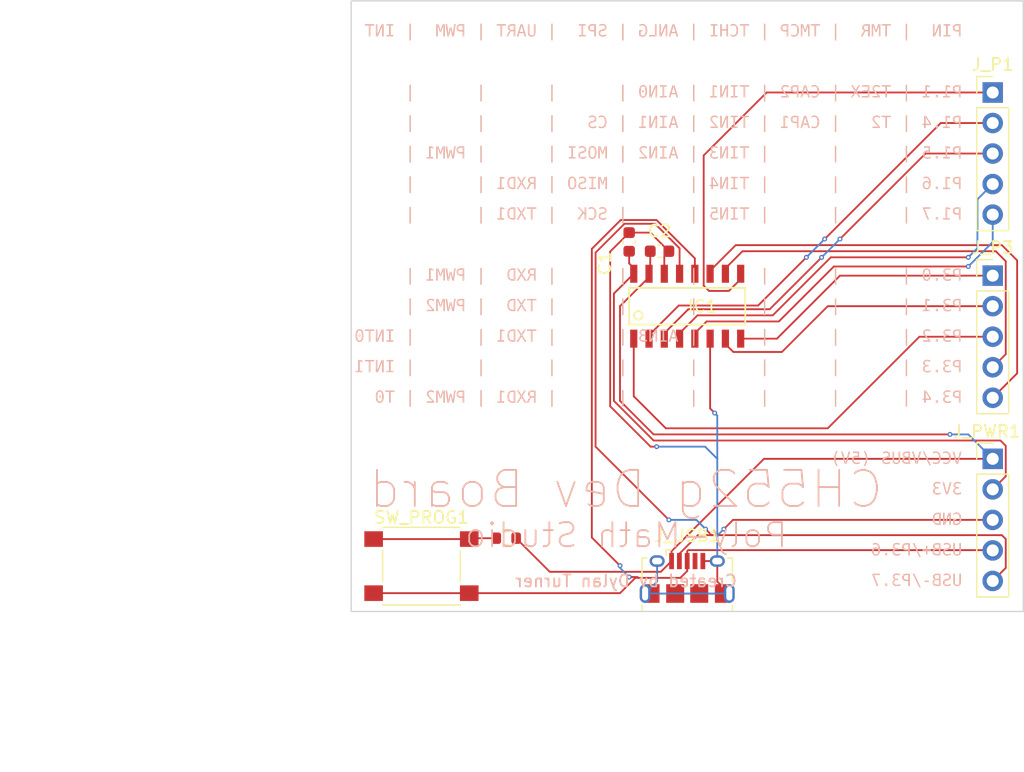
<source format=kicad_pcb>
(kicad_pcb (version 20240108) (generator "pcbnew") (generator_version "8.0")
  (title_block (title "CH552g Dev Board") (date "2024-04-18") (rev "1") (company "Polymath Studio"))
  (layers (0 "F.Cu" signal) (31 "B.Cu" signal) (34 "B.Paste" user) (35 "F.Paste" user) (36 "B.SilkS" user "B.Silkscreen") (37 "F.SilkS" user "F.Silkscreen") (38 "B.Mask" user) (39 "F.Mask" user) (44 "Edge.Cuts" user))
  (net 0 "")
  (net 1 "GND")
  (net 2 "VCC")
  (net 3 "/3V3")
  (net 4 "/USB_DM")
  (net 5 "/1.6")
  (net 6 "/1.7")
  (net 7 "/3.1")
  (net 8 "/1.5")
  (net 9 "/1.1")
  (net 10 "/1.4")
  (net 11 "/3.3")
  (net 12 "/USB_DP")
  (net 13 "/3.4")
  (net 14 "/3.2")
  (net 15 "/3.0")
  (net 17 "Net-(R_PROG1-Pad2)")
  (footprint "ch552g:SOIC-16_3.9x9.9mm_Pitch1.27mm" (layer "F.Cu") (at 76.2 93.98 90)
    (property "Reference" "IC1" (at 0 1.27 360) (layer "F.SilkS"))
    (property "Value" "CH552G")
    (fp_line (start 1.524 -4.826) (end -1.524 -4.826) (stroke (width 0.15)) (layer "F.SilkS"))
    (fp_line (start -1.524 -4.826) (end -1.524 4.572) (stroke (width 0.15)) (layer "F.SilkS"))
    (fp_line (start 1.524 4.572) (end 1.524 -4.826) (stroke (width 0.15)) (layer "F.SilkS"))
    (fp_line (start -1.524 4.572) (end -1.524 4.826) (stroke (width 0.15)) (layer "F.SilkS"))
    (fp_line (start 1.524 4.826) (end 1.524 4.572) (stroke (width 0.15)) (layer "F.SilkS"))
    (fp_line (start -1.524 4.826) (end 1.524 4.826) (stroke (width 0.15)) (layer "F.SilkS"))
    (fp_circle (center -0.762 -4.064) (end -0.508 -3.81) (stroke (width 0.15)) (fill none) (layer "F.SilkS"))
    (pad "1" smd rect (at -2.7 -4.445 90) (size 1.5 0.6) (layers "F.Cu" "F.Paste" "F.Mask") (net 14 "/3.2"))
    (pad "2" smd rect (at -2.7 -3.175 90) (size 1.5 0.6) (layers "F.Cu" "F.Paste" "F.Mask") (net 10 "/1.4"))
    (pad "3" smd rect (at -2.7 -1.905 90) (size 1.5 0.6) (layers "F.Cu" "F.Paste" "F.Mask") (net 8 "/1.5"))
    (pad "4" smd rect (at -2.7 -0.635 90) (size 1.5 0.6) (layers "F.Cu" "F.Paste" "F.Mask") (net 5 "/1.6"))
    (pad "5" smd rect (at -2.7 0.635 90) (size 1.5 0.6) (layers "F.Cu" "F.Paste" "F.Mask") (net 6 "/1.7"))
    (pad "6" smd rect (at -2.7 1.905 90) (size 1.5 0.6) (layers "F.Cu" "F.Paste" "F.Mask") (net 1 "GND"))
    (pad "7" smd rect (at -2.7 3.175 90) (size 1.5 0.6) (layers "F.Cu" "F.Paste" "F.Mask") (net 7 "/3.1"))
    (pad "8" smd rect (at -2.7 4.445 90) (size 1.5 0.6) (layers "F.Cu" "F.Paste" "F.Mask") (net 15 "/3.0"))
    (pad "9" smd rect (at 2.7 4.445 90) (size 1.5 0.6) (layers "F.Cu" "F.Paste" "F.Mask") (net 9 "/1.1"))
    (pad "10" smd rect (at 2.7 3.175 90) (size 1.5 0.6) (layers "F.Cu" "F.Paste" "F.Mask") (net 11 "/3.3"))
    (pad "11" smd rect (at 2.7 1.905 90) (size 1.5 0.6) (layers "F.Cu" "F.Paste" "F.Mask") (net 13 "/3.4"))
    (pad "12" smd rect (at 2.7 0.635 90) (size 1.5 0.6) (layers "F.Cu" "F.Paste" "F.Mask") (net 12 "/USB_DP"))
    (pad "13" smd rect (at 2.7 -0.635 90) (size 1.5 0.6) (layers "F.Cu" "F.Paste" "F.Mask") (net 4 "/USB_DM"))
    (pad "14" smd rect (at 2.7 -1.905 90) (size 1.5 0.6) (layers "F.Cu" "F.Paste" "F.Mask") (net 1 "GND"))
    (pad "15" smd rect (at 2.7 -3.175 90) (size 1.5 0.6) (layers "F.Cu" "F.Paste" "F.Mask") (net 2 "VCC"))
    (pad "16" smd rect (at 2.7 -4.445 90) (size 1.5 0.6) (layers "F.Cu" "F.Paste" "F.Mask") (net 3 "/3V3"))
  )
  (footprint "Connector_USB:USB_Micro-B_Amphenol_10118194_Horizontal" (layer "F.Cu") (at 76.2 116.586)
    (property "Reference" "J_USB1" (at 0 -3.5 0) (layer "F.SilkS"))
    (property "Value" "USB_B_Micro" (hide yes))
    (fp_line (start -3.76 -1.66) (end -3.34 -1.66) (stroke (width 0.12)) (layer "F.SilkS"))
    (fp_line (start -3.76 0.32) (end -3.76 -1.66) (stroke (width 0.12)) (layer "F.SilkS"))
    (fp_line (start -3.76 2.69) (end -3.76 2.29) (stroke (width 0.12)) (layer "F.SilkS"))
    (fp_line (start -1.76 -1.89) (end -1.76 -2.34) (stroke (width 0.12)) (layer "F.SilkS"))
    (fp_line (start -1.31 -2.34) (end -1.76 -2.34) (stroke (width 0.12)) (layer "F.SilkS"))
    (fp_line (start 3.76 -1.66) (end 3.34 -1.66) (stroke (width 0.12)) (layer "F.SilkS"))
    (fp_line (start 3.76 0.32) (end 3.76 -1.66) (stroke (width 0.12)) (layer "F.SilkS"))
    (fp_line (start 3.76 2.29) (end 3.76 2.69) (stroke (width 0.12)) (layer "F.SilkS"))
    (pad "1" smd rect (at -1.3 -1.4) (size 0.4 1.35) (layers "F.Cu" "F.Paste" "F.Mask") (net 2 "VCC"))
    (pad "2" smd rect (at -0.65 -1.4) (size 0.4 1.35) (layers "F.Cu" "F.Paste" "F.Mask") (net 4 "/USB_DM"))
    (pad "3" smd rect (at 0 -1.4) (size 0.4 1.35) (layers "F.Cu" "F.Paste" "F.Mask") (net 12 "/USB_DP"))
    (pad "4" smd rect (at 0.65 -1.4) (size 0.4 1.35) (layers "F.Cu" "F.Paste" "F.Mask"))
    (pad "5" smd rect (at 1.3 -1.4) (size 0.4 1.35) (layers "F.Cu" "F.Paste" "F.Mask") (net 1 "GND"))
    (pad "6" thru_hole oval (at -3.5 1.3) (size 0.89 1.55) (drill oval 0.5 1.15) (layers "*.Cu" "*.Mask") (net 1 "GND"))
    (pad "6" smd rect (at -2.9 1.3) (size 1.2 1.55) (layers "F.Cu" "F.Paste" "F.Mask") (net 1 "GND"))
    (pad "6" thru_hole oval (at -2.5 -1.4) (size 1.25 0.95) (drill oval 0.85 0.55) (layers "*.Cu" "*.Mask") (net 1 "GND"))
    (pad "6" smd rect (at -1 1.3) (size 1.5 1.55) (layers "F.Cu" "F.Paste" "F.Mask") (net 1 "GND"))
    (pad "6" smd rect (at 1 1.3) (size 1.5 1.55) (layers "F.Cu" "F.Paste" "F.Mask") (net 1 "GND"))
    (pad "6" thru_hole oval (at 2.5 -1.4) (size 1.25 0.95) (drill oval 0.85 0.55) (layers "*.Cu" "*.Mask") (net 1 "GND"))
    (pad "6" smd rect (at 2.9 1.3) (size 1.2 1.55) (layers "F.Cu" "F.Paste" "F.Mask") (net 1 "GND"))
    (pad "6" thru_hole oval (at 3.5 1.3) (size 0.89 1.55) (drill oval 0.5 1.15) (layers "*.Cu" "*.Mask") (net 1 "GND"))
  )
  (footprint "Capacitor_SMD:C_0603_1608Metric" (layer "F.Cu") (at 71.374 88.633 90)
    (property "Reference" "C1" (at -1.791 -2.032 270) (layer "F.SilkS"))
    (property "Value" "100nF")
    (fp_line (start -0.14058 -0.51) (end 0.14058 -0.51) (stroke (width 0.12)) (layer "F.SilkS"))
    (fp_line (start -0.14058 0.51) (end 0.14058 0.51) (stroke (width 0.12)) (layer "F.SilkS"))
    (pad "1" smd roundrect (at -0.775 0 90) (size 0.9 0.95) (layers "F.Cu" "F.Paste" "F.Mask") (net 3 "/3V3"))
    (pad "2" smd roundrect (at 0.775 0 90) (size 0.9 0.95) (layers "F.Cu" "F.Paste" "F.Mask") (net 1 "GND"))
  )
  (footprint "Connector_PinHeader_2.54mm:PinHeader_1x05_P2.54mm_Vertical" (layer "F.Cu") (at 101.6 76.2)
    (property "Reference" "J_P1" (at 0 -2.33 0) (layer "F.SilkS"))
    (property "Value" "~" (hide yes))
    (fp_line (start -1.33 -1.33) (end 0 -1.33) (stroke (width 0.12)) (layer "F.SilkS"))
    (fp_line (start -1.33 0) (end -1.33 -1.33) (stroke (width 0.12)) (layer "F.SilkS"))
    (fp_line (start -1.33 1.27) (end -1.33 11.49) (stroke (width 0.12)) (layer "F.SilkS"))
    (fp_line (start -1.33 1.27) (end 1.33 1.27) (stroke (width 0.12)) (layer "F.SilkS"))
    (fp_line (start -1.33 11.49) (end 1.33 11.49) (stroke (width 0.12)) (layer "F.SilkS"))
    (fp_line (start 1.33 1.27) (end 1.33 11.49) (stroke (width 0.12)) (layer "F.SilkS"))
    (pad "1" thru_hole rect (at 0 0) (size 1.7 1.7) (drill 1) (layers "*.Cu" "*.Mask") (net 9 "/1.1"))
    (pad "2" thru_hole oval (at 0 2.54) (size 1.7 1.7) (drill 1) (layers "*.Cu" "*.Mask") (net 10 "/1.4"))
    (pad "3" thru_hole oval (at 0 5.08) (size 1.7 1.7) (drill 1) (layers "*.Cu" "*.Mask") (net 8 "/1.5"))
    (pad "4" thru_hole oval (at 0 7.62) (size 1.7 1.7) (drill 1) (layers "*.Cu" "*.Mask") (net 5 "/1.6"))
    (pad "5" thru_hole oval (at 0 10.16) (size 1.7 1.7) (drill 1) (layers "*.Cu" "*.Mask") (net 6 "/1.7"))
  )
  (footprint "Capacitor_SMD:C_0603_1608Metric" (layer "F.Cu") (at 73.901 89.408)
    (property "Reference" "C2" (at 0 -1.684 360) (layer "F.SilkS"))
    (property "Value" "100nF")
    (fp_line (start -0.14058 -0.51) (end 0.14058 -0.51) (stroke (width 0.12)) (layer "F.SilkS"))
    (fp_line (start -0.14058 0.51) (end 0.14058 0.51) (stroke (width 0.12)) (layer "F.SilkS"))
    (pad "1" smd roundrect (at -0.775 0) (size 0.9 0.95) (layers "F.Cu" "F.Paste" "F.Mask") (net 2 "VCC"))
    (pad "2" smd roundrect (at 0.775 0) (size 0.9 0.95) (layers "F.Cu" "F.Paste" "F.Mask") (net 1 "GND"))
  )
  (footprint "Connector_PinHeader_2.54mm:PinHeader_1x05_P2.54mm_Vertical" (layer "F.Cu") (at 101.6 106.68)
    (property "Reference" "J_PWR1" (at -0.508 -2.286 0) (layer "F.SilkS"))
    (property "Value" "~" (hide yes))
    (fp_line (start -1.33 -1.33) (end 0 -1.33) (stroke (width 0.12)) (layer "F.SilkS"))
    (fp_line (start -1.33 0) (end -1.33 -1.33) (stroke (width 0.12)) (layer "F.SilkS"))
    (fp_line (start -1.33 1.27) (end -1.33 11.49) (stroke (width 0.12)) (layer "F.SilkS"))
    (fp_line (start -1.33 1.27) (end 1.33 1.27) (stroke (width 0.12)) (layer "F.SilkS"))
    (fp_line (start -1.33 11.49) (end 1.33 11.49) (stroke (width 0.12)) (layer "F.SilkS"))
    (fp_line (start 1.33 1.27) (end 1.33 11.49) (stroke (width 0.12)) (layer "F.SilkS"))
    (pad "1" thru_hole rect (at 0 0) (size 1.7 1.7) (drill 1) (layers "*.Cu" "*.Mask") (net 2 "VCC"))
    (pad "2" thru_hole oval (at 0 2.54) (size 1.7 1.7) (drill 1) (layers "*.Cu" "*.Mask") (net 3 "/3V3"))
    (pad "3" thru_hole oval (at 0 5.08) (size 1.7 1.7) (drill 1) (layers "*.Cu" "*.Mask") (net 1 "GND"))
    (pad "4" thru_hole oval (at 0 7.62) (size 1.7 1.7) (drill 1) (layers "*.Cu" "*.Mask") (net 12 "/USB_DP"))
    (pad "5" thru_hole oval (at 0 10.16) (size 1.7 1.7) (drill 1) (layers "*.Cu" "*.Mask") (net 4 "/USB_DM"))
  )
  (footprint "Resistor_SMD:R_0603_1608Metric" (layer "F.Cu") (at 61.151 113.284 180)
    (property "Reference" "R_PROG1" (hide yes))
    (property "Value" "10k")
    (fp_line (start -0.237258 0.5225) (end 0.237258 0.5225) (stroke (width 0.12)) (layer "F.SilkS"))
    (fp_line (start -0.237258 -0.5225) (end 0.237258 -0.5225) (stroke (width 0.12)) (layer "F.SilkS"))
    (pad "1" smd roundrect (at -0.825 0 180) (size 0.8 0.95) (layers "F.Cu" "F.Paste" "F.Mask") (net 2 "VCC"))
    (pad "2" smd roundrect (at 0.825 0 180) (size 0.8 0.95) (layers "F.Cu" "F.Paste" "F.Mask") (net 17 "Net-(R_PROG1-Pad2)"))
  )
  (footprint "Button_Switch_SMD:SW_Push_1P1T_NO_6x6mm_H9.5mm" (layer "F.Cu") (at 54.102 115.606)
    (property "Reference" "SW_PROG1" (at 0 -4.05 0) (layer "F.SilkS"))
    (property "Value" "~" (hide yes))
    (fp_line (start -3.23 -3.23) (end 3.23 -3.23) (stroke (width 0.12)) (layer "F.SilkS"))
    (fp_line (start -3.23 -3.2) (end -3.23 -3.23) (stroke (width 0.12)) (layer "F.SilkS"))
    (fp_line (start -3.23 -1.3) (end -3.23 1.3) (stroke (width 0.12)) (layer "F.SilkS"))
    (fp_line (start -3.23 3.23) (end -3.23 3.2) (stroke (width 0.12)) (layer "F.SilkS"))
    (fp_line (start -3.23 3.23) (end 3.23 3.23) (stroke (width 0.12)) (layer "F.SilkS"))
    (fp_line (start 3.23 -3.23) (end 3.23 -3.2) (stroke (width 0.12)) (layer "F.SilkS"))
    (fp_line (start 3.23 -1.3) (end 3.23 1.3) (stroke (width 0.12)) (layer "F.SilkS"))
    (fp_line (start 3.23 3.23) (end 3.23 3.2) (stroke (width 0.12)) (layer "F.SilkS"))
    (pad "1" smd rect (at -3.975 -2.25) (size 1.55 1.3) (layers "F.Cu" "F.Paste" "F.Mask") (net 17 "Net-(R_PROG1-Pad2)"))
    (pad "1" smd rect (at 3.975 -2.25) (size 1.55 1.3) (layers "F.Cu" "F.Paste" "F.Mask") (net 17 "Net-(R_PROG1-Pad2)"))
    (pad "2" smd rect (at -3.975 2.25) (size 1.55 1.3) (layers "F.Cu" "F.Paste" "F.Mask") (net 12 "/USB_DP"))
    (pad "2" smd rect (at 3.975 2.25) (size 1.55 1.3) (layers "F.Cu" "F.Paste" "F.Mask") (net 12 "/USB_DP"))
  )
  (footprint "Connector_PinHeader_2.54mm:PinHeader_1x05_P2.54mm_Vertical" (layer "F.Cu") (at 101.6 91.44)
    (property "Reference" "J_P3" (at 0 -2.33 0) (layer "F.SilkS"))
    (property "Value" "~" (hide yes))
    (fp_line (start -1.33 -1.33) (end 0 -1.33) (stroke (width 0.12)) (layer "F.SilkS"))
    (fp_line (start -1.33 0) (end -1.33 -1.33) (stroke (width 0.12)) (layer "F.SilkS"))
    (fp_line (start -1.33 1.27) (end -1.33 11.49) (stroke (width 0.12)) (layer "F.SilkS"))
    (fp_line (start -1.33 1.27) (end 1.33 1.27) (stroke (width 0.12)) (layer "F.SilkS"))
    (fp_line (start -1.33 11.49) (end 1.33 11.49) (stroke (width 0.12)) (layer "F.SilkS"))
    (fp_line (start 1.33 1.27) (end 1.33 11.49) (stroke (width 0.12)) (layer "F.SilkS"))
    (pad "1" thru_hole rect (at 0 0) (size 1.7 1.7) (drill 1) (layers "*.Cu" "*.Mask") (net 15 "/3.0"))
    (pad "2" thru_hole oval (at 0 2.54) (size 1.7 1.7) (drill 1) (layers "*.Cu" "*.Mask") (net 7 "/3.1"))
    (pad "3" thru_hole oval (at 0 5.08) (size 1.7 1.7) (drill 1) (layers "*.Cu" "*.Mask") (net 14 "/3.2"))
    (pad "4" thru_hole oval (at 0 7.62) (size 1.7 1.7) (drill 1) (layers "*.Cu" "*.Mask") (net 11 "/3.3"))
    (pad "5" thru_hole oval (at 0 10.16) (size 1.7 1.7) (drill 1) (layers "*.Cu" "*.Mask") (net 13 "/3.4"))
  )
  (gr_line (start 48.26 68.58) (end 104.14 68.58) (stroke (width 0.1)) (layer "Edge.Cuts"))
  (gr_line (start 104.14 119.38) (end 48.26 119.38) (stroke (width 0.1)) (layer "Edge.Cuts"))
  (gr_line (start 104.14 68.58) (end 104.14 119.38) (stroke (width 0.1)) (layer "Edge.Cuts"))
  (gr_line (start 48.26 119.38) (end 48.26 68.58) (stroke (width 0.1)) (layer "Edge.Cuts"))
  (gr_text "P3.0 |      |      |      |      |      | RXD  | PWM1 |" (at 99.06 91.44 0) (layer "B.SilkS") (effects (font (size 1 1)) (justify left mirror)))
  (gr_text "P3.3 |      |      |      |      |      |      |      | INT1" (at 99.06 99.06 0) (layer "B.SilkS") (effects (font (size 1 1)) (justify left mirror)))
  (gr_text "GND" (at 99.06 111.76 0) (layer "B.SilkS") (effects (font (size 1 1)) (justify left mirror)))
  (gr_text "P1.7 |      |      | TIN5 |      | SCK  | TXD1 |      |" (at 99.06 86.36 0) (layer "B.SilkS") (effects (font (size 1 1)) (justify left mirror)))
  (gr_text "P3.2 |      |      |      | AIN3 |      | TXD1 |      | INT0" (at 99.06 96.52 0) (layer "B.SilkS") (effects (font (size 1 1)) (justify left mirror)))
  (gr_text "Created by Dylan Turner" (at 71.12 116.84 0) (layer "B.SilkS") (effects (font (size 1 1)) (justify mirror)))
  (gr_text "3V3" (at 99.06 109.22 0) (layer "B.SilkS") (effects (font (size 1 1)) (justify left mirror)))
  (gr_text "P1.6 |      |      | TIN4 |      | MISO | RXD1 |      |" (at 99.06 83.82 0) (layer "B.SilkS") (effects (font (size 1 1)) (justify left mirror)))
  (gr_text "VCC/VBUS (5V)" (at 99.06 106.68 0) (layer "B.SilkS") (effects (font (size 1 1)) (justify left mirror)))
  (gr_text "PIN  | TMR  | TMCP | TCHI | ANLG | SPI  | UART | PWM  | INT" (at 99.06 71.12 0) (layer "B.SilkS") (effects (font (size 1 1)) (justify left mirror)))
  (gr_text "Poly-Math Studio" (at 71.12 113.03 0) (layer "B.SilkS") (effects (font (size 2 2)) (justify mirror)))
  (gr_text "USB-/P3.7" (at 99.06 116.84 0) (layer "B.SilkS") (effects (font (size 1 1)) (justify left mirror)))
  (gr_text "P3.1 |      |      |      |      |      | TXD  | PWM2 |" (at 99.06 93.98 0) (layer "B.SilkS") (effects (font (size 1 1)) (justify left mirror)))
  (gr_text "P1.4 | T2   | CAP1 | TIN2 | AIN1 | CS   |      |      |" (at 99.06 78.74 0) (layer "B.SilkS") (effects (font (size 1 1)) (justify left mirror)))
  (gr_text "USB+/P3.6" (at 99.06 114.3 0) (layer "B.SilkS") (effects (font (size 1 1)) (justify left mirror)))
  (gr_text "P3.4 |      |      |      |      |      | RXD1 | PWM2 | T0" (at 99.06 101.6 0) (layer "B.SilkS") (effects (font (size 1 1)) (justify left mirror)))
  (gr_text "P1.1 | T2EX | CAP2 | TIN1 | AIN0 |      |      |      |" (at 99.06 76.2 0) (layer "B.SilkS") (effects (font (size 1 1)) (justify left mirror)))
  (gr_text "P1.5 |      |      | TIN3 | AIN2 | MOSI |      | PWM1 |" (at 99.06 81.28 0) (layer "B.SilkS") (effects (font (size 1 1)) (justify left mirror)))
  (gr_text "CH552g Dev Board" (at 71.12 109.22 0) (layer "B.SilkS") (effects (font (size 3 3)) (justify mirror)))
  (segment (start 74.295 91.28) (end 74.295 91.73) (width 0.15) (layer "F.Cu") (net 1))
  (segment (start 78.7 115.186) (end 77.5 115.186) (width 0.15) (layer "F.Cu") (net 1))
  (segment (start 74.295 91.28) (end 74.295 89.789) (width 0.15) (layer "F.Cu") (net 1))
  (segment (start 69.794 102.306) (end 73.152 105.664) (width 0.15) (layer "F.Cu") (net 1))
  (segment (start 73.3 117.886) (end 75.2 117.886) (width 0.15) (layer "F.Cu") (net 1))
  (segment (start 78.105 102.489) (end 78.486 102.87) (width 0.15) (layer "F.Cu") (net 1))
  (segment (start 73.152 105.664) (end 73.66 105.664) (width 0.15) (layer "F.Cu") (net 1))
  (segment (start 79.1 117.886) (end 77.2 117.886) (width 0.15) (layer "F.Cu") (net 1))
  (segment (start 73.126 87.858) (end 74.676 89.408) (width 0.15) (layer "F.Cu") (net 1))
  (segment (start 78.105 96.68) (end 78.105 102.489) (width 0.15) (layer "F.Cu") (net 1))
  (segment (start 72.7 117.886) (end 73.3 117.886) (width 0.15) (layer "F.Cu") (net 1))
  (segment (start 78.7 115.186) (end 78.7 116.886) (width 0.15) (layer "F.Cu") (net 1))
  (segment (start 77.2 117.886) (end 75.2 117.886) (width 0.15) (layer "F.Cu") (net 1))
  (segment (start 101.6 111.76) (end 80.01 111.76) (width 0.15) (layer "F.Cu") (net 1))
  (segment (start 74.295 89.789) (end 74.676 89.408) (width 0.15) (layer "F.Cu") (net 1))
  (segment (start 78.7 116.886) (end 79.7 117.886) (width 0.15) (layer "F.Cu") (net 1))
  (segment (start 69.794 89.438) (end 69.794 102.306) (width 0.15) (layer "F.Cu") (net 1))
  (segment (start 79.7 117.886) (end 79.1 117.886) (width 0.15) (layer "F.Cu") (net 1))
  (segment (start 71.374 87.858) (end 69.794 89.438) (width 0.15) (layer "F.Cu") (net 1))
  (segment (start 71.374 87.858) (end 73.126 87.858) (width 0.15) (layer "F.Cu") (net 1))
  (segment (start 80.01 111.76) (end 79.248 112.522) (width 0.15) (layer "F.Cu") (net 1))
  (via (at 73.66 105.664) (size 0.4) (drill 0.2) (layers "F.Cu" "B.Cu") (net 1))
  (via (at 79.248 112.522) (size 0.4) (drill 0.2) (layers "F.Cu" "B.Cu") (net 1))
  (via (at 78.486 102.87) (size 0.4) (drill 0.2) (layers "F.Cu" "B.Cu") (net 1))
  (segment (start 78.7 103.084) (end 78.7 106.68) (width 0.15) (layer "B.Cu") (net 1))
  (segment (start 78.7 113.538) (end 78.7 115.186) (width 0.15) (layer "B.Cu") (net 1))
  (segment (start 79.248 112.522) (end 78.7 113.07) (width 0.15) (layer "B.Cu") (net 1))
  (segment (start 78.7 113.07) (end 78.7 113.538) (width 0.15) (layer "B.Cu") (net 1))
  (segment (start 73.66 105.664) (end 77.684 105.664) (width 0.15) (layer "B.Cu") (net 1))
  (segment (start 73.7 116.886) (end 72.7 117.886) (width 0.15) (layer "B.Cu") (net 1))
  (segment (start 78.486 102.87) (end 78.7 103.084) (width 0.15) (layer "B.Cu") (net 1))
  (segment (start 77.684 105.664) (end 78.7 106.68) (width 0.15) (layer "B.Cu") (net 1))
  (segment (start 72.7 117.886) (end 79.7 117.886) (width 0.15) (layer "B.Cu") (net 1))
  (segment (start 78.7 106.68) (end 78.7 113.538) (width 0.15) (layer "B.Cu") (net 1))
  (segment (start 73.7 115.186) (end 73.7 116.886) (width 0.15) (layer "B.Cu") (net 1))
  (segment (start 73.025 91.567) (end 70.612 93.98) (width 0.15) (layer "F.Cu") (net 2))
  (segment (start 73.025 91.28) (end 73.025 91.567) (width 0.15) (layer "F.Cu") (net 2))
  (segment (start 74.008 116.078) (end 74.9 115.186) (width 0.15) (layer "F.Cu") (net 2))
  (segment (start 70.612 94.742) (end 70.612 101.854) (width 0.15) (layer "F.Cu") (net 2))
  (segment (start 82.581 106.68) (end 74.9 114.361) (width 0.15) (layer "F.Cu") (net 2))
  (segment (start 73.126 91.179) (end 73.025 91.28) (width 0.15) (layer "F.Cu") (net 2))
  (segment (start 73.126 89.408) (end 73.126 91.179) (width 0.15) (layer "F.Cu") (net 2))
  (segment (start 64.77 116.078) (end 74.008 116.078) (width 0.15) (layer "F.Cu") (net 2))
  (segment (start 61.976 113.284) (end 64.77 116.078) (width 0.15) (layer "F.Cu") (net 2))
  (segment (start 73.406 104.648) (end 73.914 104.648) (width 0.15) (layer "F.Cu") (net 2))
  (segment (start 70.612 101.854) (end 73.406 104.648) (width 0.15) (layer "F.Cu") (net 2))
  (segment (start 73.914 104.648) (end 74.168 104.648) (width 0.15) (layer "F.Cu") (net 2))
  (segment (start 101.6 106.68) (end 82.581 106.68) (width 0.15) (layer "F.Cu") (net 2))
  (segment (start 74.168 104.648) (end 98.044 104.648) (width 0.15) (layer "F.Cu") (net 2))
  (segment (start 74.9 114.361) (end 74.9 115.186) (width 0.15) (layer "F.Cu") (net 2))
  (segment (start 70.612 93.98) (end 70.612 94.742) (width 0.15) (layer "F.Cu") (net 2))
  (via (at 98.044 104.648) (size 0.4) (drill 0.2) (layers "F.Cu" "B.Cu") (net 2))
  (segment (start 98.044 104.648) (end 99.568 104.648) (width 0.15) (layer "B.Cu") (net 2))
  (segment (start 99.568 104.648) (end 101.6 106.68) (width 0.15) (layer "B.Cu") (net 2))
  (segment (start 70.104 92.931) (end 71.755 91.28) (width 0.15) (layer "F.Cu") (net 3))
  (segment (start 71.374 90.424) (end 71.374 89.408) (width 0.15) (layer "F.Cu") (net 3))
  (segment (start 102.685 108.135) (end 102.685 105.595) (width 0.15) (layer "F.Cu") (net 3))
  (segment (start 71.755 90.805) (end 71.374 90.424) (width 0.15) (layer "F.Cu") (net 3))
  (segment (start 73.406 105.156) (end 70.104 101.854) (width 0.15) (layer "F.Cu") (net 3))
  (segment (start 101.6 109.22) (end 102.685 108.135) (width 0.15) (layer "F.Cu") (net 3))
  (segment (start 71.755 91.28) (end 71.755 90.805) (width 0.15) (layer "F.Cu") (net 3))
  (segment (start 102.685 105.595) (end 102.246 105.156) (width 0.15) (layer "F.Cu") (net 3))
  (segment (start 102.246 105.156) (end 73.406 105.156) (width 0.15) (layer "F.Cu") (net 3))
  (segment (start 70.104 101.854) (end 70.104 92.931) (width 0.15) (layer "F.Cu") (net 3))
  (segment (start 68.58 89.520228) (end 68.58 105.664) (width 0.15) (layer "F.Cu") (net 4))
  (segment (start 101.6 116.84) (end 102.685 115.755) (width 0.15) (layer "F.Cu") (net 4))
  (segment (start 77.092594 113.03) (end 75.55 114.572594) (width 0.15) (layer "F.Cu") (net 4))
  (segment (start 102.362 113.03) (end 78.486 113.03) (width 0.15) (layer "F.Cu") (net 4))
  (segment (start 78.232 113.03) (end 78.486 113.03) (width 0.15) (layer "F.Cu") (net 4))
  (segment (start 102.685 115.755) (end 102.685 113.353) (width 0.15) (layer "F.Cu") (net 4))
  (segment (start 75.565 89.165228) (end 73.521772 87.122) (width 0.15) (layer "F.Cu") (net 4))
  (segment (start 75.565 91.28) (end 75.565 89.165228) (width 0.15) (layer "F.Cu") (net 4))
  (segment (start 78.486 113.03) (end 77.092594 113.03) (width 0.15) (layer "F.Cu") (net 4))
  (segment (start 77.724 112.522) (end 78.232 113.03) (width 0.15) (layer "F.Cu") (net 4))
  (segment (start 102.685 113.353) (end 102.362 113.03) (width 0.15) (layer "F.Cu") (net 4))
  (segment (start 75.55 114.572594) (end 75.55 115.186) (width 0.15) (layer "F.Cu") (net 4))
  (segment (start 70.978228 87.122) (end 68.58 89.520228) (width 0.15) (layer "F.Cu") (net 4))
  (segment (start 73.521772 87.122) (end 70.978228 87.122) (width 0.15) (layer "F.Cu") (net 4))
  (segment (start 68.58 105.664) (end 74.676 111.76) (width 0.15) (layer "F.Cu") (net 4))
  (via (at 74.676 111.76) (size 0.4) (drill 0.2) (layers "F.Cu" "B.Cu") (net 4))
  (via (at 77.724 112.522) (size 0.4) (drill 0.2) (layers "F.Cu" "B.Cu") (net 4))
  (segment (start 76.962 111.76) (end 77.724 112.522) (width 0.15) (layer "B.Cu") (net 4))
  (segment (start 74.676 111.76) (end 76.962 111.76) (width 0.15) (layer "B.Cu") (net 4))
  (segment (start 83.312 94.742) (end 88.138 89.916) (width 0.15) (layer "F.Cu") (net 5))
  (segment (start 75.565 96.68) (end 75.565 96.23) (width 0.15) (layer "F.Cu") (net 5))
  (segment (start 77.053 94.742) (end 83.312 94.742) (width 0.15) (layer "F.Cu") (net 5))
  (segment (start 88.138 89.916) (end 99.568 89.916) (width 0.15) (layer "F.Cu") (net 5))
  (segment (start 75.565 96.23) (end 77.053 94.742) (width 0.15) (layer "F.Cu") (net 5))
  (via (at 99.568 89.916) (size 0.4) (drill 0.2) (layers "F.Cu" "B.Cu") (net 5))
  (segment (start 100.33 89.154) (end 100.33 85.09) (width 0.15) (layer "B.Cu") (net 5))
  (segment (start 100.33 85.09) (end 101.6 83.82) (width 0.15) (layer "B.Cu") (net 5))
  (segment (start 99.568 89.916) (end 100.33 89.154) (width 0.15) (layer "B.Cu") (net 5))
  (segment (start 77.815 95.25) (end 83.82 95.25) (width 0.15) (layer "F.Cu") (net 6))
  (segment (start 76.835 96.23) (end 77.815 95.25) (width 0.15) (layer "F.Cu") (net 6))
  (segment (start 83.82 95.25) (end 88.392 90.678) (width 0.15) (layer "F.Cu") (net 6))
  (segment (start 76.835 96.68) (end 76.835 96.23) (width 0.15) (layer "F.Cu") (net 6))
  (segment (start 88.392 90.678) (end 99.568 90.678) (width 0.15) (layer "F.Cu") (net 6))
  (via (at 99.568 90.678) (size 0.4) (drill 0.2) (layers "F.Cu" "B.Cu") (net 6))
  (segment (start 99.568 90.678) (end 101.6 88.646) (width 0.15) (layer "B.Cu") (net 6))
  (segment (start 101.6 88.646) (end 101.6 86.36) (width 0.15) (layer "B.Cu") (net 6))
  (segment (start 87.884 93.98) (end 101.6 93.98) (width 0.15) (layer "F.Cu") (net 7))
  (segment (start 84.074 97.79) (end 87.884 93.98) (width 0.15) (layer "F.Cu") (net 7))
  (segment (start 79.375 97.13) (end 80.035 97.79) (width 0.15) (layer "F.Cu") (net 7))
  (segment (start 79.375 96.68) (end 79.375 97.13) (width 0.15) (layer "F.Cu") (net 7))
  (segment (start 80.035 97.79) (end 84.074 97.79) (width 0.15) (layer "F.Cu") (net 7))
  (segment (start 96.012 81.28) (end 101.6 81.28) (width 0.15) (layer "F.Cu") (net 8))
  (segment (start 74.295 96.68) (end 74.295 96.23) (width 0.15) (layer "F.Cu") (net 8))
  (segment (start 88.9 88.392) (end 96.012 81.28) (width 0.15) (layer "F.Cu") (net 8))
  (segment (start 74.295 96.23) (end 76.291 94.234) (width 0.15) (layer "F.Cu") (net 8))
  (segment (start 76.291 94.234) (end 83.058 94.234) (width 0.15) (layer "F.Cu") (net 8))
  (segment (start 83.058 94.234) (end 87.376 89.916) (width 0.15) (layer "F.Cu") (net 8))
  (via (at 88.9 88.392) (size 0.4) (drill 0.2) (layers "F.Cu" "B.Cu") (net 8))
  (via (at 87.376 89.916) (size 0.4) (drill 0.2) (layers "F.Cu" "B.Cu") (net 8))
  (segment (start 87.376 89.916) (end 88.9 88.392) (width 0.15) (layer "B.Cu") (net 8))
  (segment (start 77.57 81.434) (end 82.804 76.2) (width 0.15) (layer "F.Cu") (net 9))
  (segment (start 80.645 91.73) (end 79.665 92.71) (width 0.15) (layer "F.Cu") (net 9))
  (segment (start 80.645 91.28) (end 80.645 91.73) (width 0.15) (layer "F.Cu") (net 9))
  (segment (start 78.015 92.71) (end 77.57 92.265) (width 0.15) (layer "F.Cu") (net 9))
  (segment (start 77.57 92.265) (end 77.57 81.434) (width 0.15) (layer "F.Cu") (net 9))
  (segment (start 79.665 92.71) (end 78.015 92.71) (width 0.15) (layer "F.Cu") (net 9))
  (segment (start 82.804 76.2) (end 101.6 76.2) (width 0.15) (layer "F.Cu") (net 9))
  (segment (start 73.025 96.393) (end 73.025 96.68) (width 0.15) (layer "F.Cu") (net 10))
  (segment (start 97.282 78.74) (end 87.63 88.392) (width 0.15) (layer "F.Cu") (net 10))
  (segment (start 86.106 89.916) (end 82.098 93.924) (width 0.15) (layer "F.Cu") (net 10))
  (segment (start 82.098 93.924) (end 75.494 93.924) (width 0.15) (layer "F.Cu") (net 10))
  (segment (start 75.494 93.924) (end 73.025 96.393) (width 0.15) (layer "F.Cu") (net 10))
  (segment (start 101.6 78.74) (end 97.282 78.74) (width 0.15) (layer "F.Cu") (net 10))
  (via (at 86.106 89.916) (size 0.4) (drill 0.2) (layers "F.Cu" "B.Cu") (net 10))
  (via (at 87.63 88.392) (size 0.4) (drill 0.2) (layers "F.Cu" "B.Cu") (net 10))
  (segment (start 87.63 88.392) (end 86.106 89.916) (width 0.15) (layer "B.Cu") (net 10))
  (segment (start 101.854 89.408) (end 102.685 90.239) (width 0.15) (layer "F.Cu") (net 11))
  (segment (start 79.375 91.28) (end 79.375 90.83) (width 0.15) (layer "F.Cu") (net 11))
  (segment (start 102.685 90.239) (end 102.685 97.975) (width 0.15) (layer "F.Cu") (net 11))
  (segment (start 80.797 89.408) (end 101.854 89.408) (width 0.15) (layer "F.Cu") (net 11))
  (segment (start 102.685 97.975) (end 101.6 99.06) (width 0.15) (layer "F.Cu") (net 11))
  (segment (start 79.375 90.83) (end 80.797 89.408) (width 0.15) (layer "F.Cu") (net 11))
  (segment (start 101.6 114.3) (end 101.346 114.3) (width 0.15) (layer "F.Cu") (net 12))
  (segment (start 73.650178 86.812) (end 70.668 86.812) (width 0.15) (layer "F.Cu") (net 12))
  (segment (start 76.835 89.996822) (end 73.650178 86.812) (width 0.15) (layer "F.Cu") (net 12))
  (segment (start 76.285 114.276) (end 76.2 114.361) (width 0.15) (layer "F.Cu") (net 12))
  (segment (start 72.063 116.513) (end 72.136 116.586) (width 0.15) (layer "F.Cu") (net 12))
  (segment (start 70.612 117.856) (end 71.882 116.586) (width 0.15) (layer "F.Cu") (net 12))
  (segment (start 75.625 116.586) (end 76.2 116.011) (width 0.15) (layer "F.Cu") (net 12))
  (segment (start 70.668 86.812) (end 68.27 89.21) (width 0.15) (layer "F.Cu") (net 12))
  (segment (start 101.322 114.276) (end 76.285 114.276) (width 0.15) (layer "F.Cu") (net 12))
  (segment (start 76.835 91.28) (end 76.835 89.996822) (width 0.15) (layer "F.Cu") (net 12))
  (segment (start 68.27 89.21) (end 68.27 113.228) (width 0.15) (layer "F.Cu") (net 12))
  (segment (start 50.127 117.856) (end 58.077 117.856) (width 0.15) (layer "F.Cu") (net 12))
  (segment (start 71.374 116.513) (end 72.063 116.513) (width 0.15) (layer "F.Cu") (net 12))
  (segment (start 58.077 117.856) (end 70.612 117.856) (width 0.15) (layer "F.Cu") (net 12))
  (segment (start 101.346 114.3) (end 101.322 114.276) (width 0.15) (layer "F.Cu") (net 12))
  (segment (start 76.2 116.011) (end 76.2 115.186) (width 0.15) (layer "F.Cu") (net 12))
  (segment (start 71.882 116.586) (end 72.136 116.586) (width 0.15) (layer "F.Cu") (net 12))
  (segment (start 76.2 114.361) (end 76.2 115.186) (width 0.15) (layer "F.Cu") (net 12))
  (segment (start 72.136 116.586) (end 75.625 116.586) (width 0.15) (layer "F.Cu") (net 12))
  (segment (start 68.27 113.228) (end 70.612 115.57) (width 0.15) (layer "F.Cu") (net 12))
  (via (at 71.374 116.513) (size 0.4) (drill 0.2) (layers "F.Cu" "B.Cu") (net 12))
  (via (at 70.612 115.57) (size 0.4) (drill 0.2) (layers "F.Cu" "B.Cu") (net 12))
  (segment (start 70.612 115.751) (end 71.374 116.513) (width 0.15) (layer "B.Cu") (net 12))
  (segment (start 70.612 115.57) (end 70.612 115.751) (width 0.15) (layer "B.Cu") (net 12))
  (segment (start 78.105 91.28) (end 78.105 91.03) (width 0.15) (layer "F.Cu") (net 13))
  (segment (start 103.632 90.17) (end 103.632 99.568) (width 0.15) (layer "F.Cu") (net 13))
  (segment (start 78.105 91.03) (end 80.235 88.9) (width 0.15) (layer "F.Cu") (net 13))
  (segment (start 102.362 88.9) (end 103.632 90.17) (width 0.15) (layer "F.Cu") (net 13))
  (segment (start 80.235 88.9) (end 102.362 88.9) (width 0.15) (layer "F.Cu") (net 13))
  (segment (start 103.632 99.568) (end 101.6 101.6) (width 0.15) (layer "F.Cu") (net 13))
  (segment (start 95.504 96.52) (end 101.6 96.52) (width 0.15) (layer "F.Cu") (net 14))
  (segment (start 87.884 104.14) (end 95.504 96.52) (width 0.15) (layer "F.Cu") (net 14))
  (segment (start 71.755 101.473) (end 74.422 104.14) (width 0.15) (layer "F.Cu") (net 14))
  (segment (start 74.422 104.14) (end 87.884 104.14) (width 0.15) (layer "F.Cu") (net 14))
  (segment (start 71.755 96.68) (end 71.755 101.473) (width 0.15) (layer "F.Cu") (net 14))
  (segment (start 80.645 96.68) (end 83.66 96.68) (width 0.15) (layer "F.Cu") (net 15))
  (segment (start 83.66 96.68) (end 88.9 91.44) (width 0.15) (layer "F.Cu") (net 15))
  (segment (start 88.9 91.44) (end 101.6 91.44) (width 0.15) (layer "F.Cu") (net 15))
  (segment (start 60.326 113.284) (end 58.149 113.284) (width 0.15) (layer "F.Cu") (net 17))
  (segment (start 58.077 113.356) (end 50.127 113.356) (width 0.15) (layer "F.Cu") (net 17))
  (segment (start 58.149 113.284) (end 58.077 113.356) (width 0.15) (layer "F.Cu") (net 17))
)
</source>
